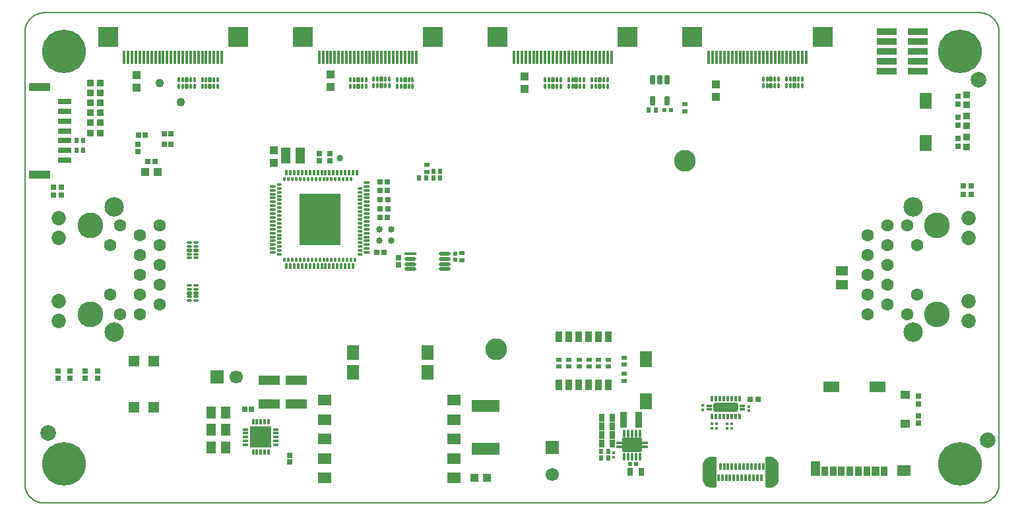
<source format=gts>
G04*
G04 #@! TF.GenerationSoftware,Altium Limited,Altium Designer,23.6.0 (18)*
G04*
G04 Layer_Color=8388736*
%FSLAX44Y44*%
%MOMM*%
G71*
G04*
G04 #@! TF.SameCoordinates,C53CA9BA-8A6A-41CA-B2AF-7701FEAABFA0*
G04*
G04*
G04 #@! TF.FilePolarity,Negative*
G04*
G01*
G75*
%ADD19C,0.1500*%
%ADD23R,1.1549X2.1062*%
%ADD80R,0.4522X0.6350*%
%ADD81R,0.4522X0.4347*%
%ADD82R,0.6350X0.4522*%
%ADD83R,0.4347X0.4522*%
%ADD84R,0.6516X0.7516*%
%ADD85R,1.1016X1.0016*%
%ADD86C,0.8516*%
%ADD87R,0.7216X0.7216*%
%ADD88O,0.3516X0.5016*%
%ADD89R,5.3016X6.7016*%
%ADD90O,0.5016X0.3516*%
%ADD91R,0.7216X0.7216*%
%ADD92R,0.7516X0.6516*%
%ADD93R,0.9016X0.9016*%
%ADD94R,0.6216X0.6216*%
%ADD95R,1.5000X0.4500*%
%ADD96O,1.5000X0.4500*%
%ADD97R,0.6516X0.5516*%
%ADD98R,0.8016X1.0016*%
%ADD99R,0.6216X0.6216*%
%ADD100R,0.4216X0.4616*%
%ADD101R,0.9016X2.1016*%
G04:AMPARAMS|DCode=102|XSize=0.42mm|YSize=0.94mm|CornerRadius=0.0784mm|HoleSize=0mm|Usage=FLASHONLY|Rotation=270.000|XOffset=0mm|YOffset=0mm|HoleType=Round|Shape=RoundedRectangle|*
%AMROUNDEDRECTD102*
21,1,0.4200,0.7832,0,0,270.0*
21,1,0.2632,0.9400,0,0,270.0*
1,1,0.1568,-0.3916,-0.1316*
1,1,0.1568,-0.3916,0.1316*
1,1,0.1568,0.3916,0.1316*
1,1,0.1568,0.3916,-0.1316*
%
%ADD102ROUNDEDRECTD102*%
G04:AMPARAMS|DCode=103|XSize=0.42mm|YSize=0.99mm|CornerRadius=0.1204mm|HoleSize=0mm|Usage=FLASHONLY|Rotation=180.000|XOffset=0mm|YOffset=0mm|HoleType=Round|Shape=RoundedRectangle|*
%AMROUNDEDRECTD103*
21,1,0.4200,0.7492,0,0,180.0*
21,1,0.1792,0.9900,0,0,180.0*
1,1,0.2408,-0.0896,0.3746*
1,1,0.2408,0.0896,0.3746*
1,1,0.2408,0.0896,-0.3746*
1,1,0.2408,-0.0896,-0.3746*
%
%ADD103ROUNDEDRECTD103*%
G04:AMPARAMS|DCode=104|XSize=1.79mm|YSize=2.54mm|CornerRadius=0.1195mm|HoleSize=0mm|Usage=FLASHONLY|Rotation=90.000|XOffset=0mm|YOffset=0mm|HoleType=Round|Shape=RoundedRectangle|*
%AMROUNDEDRECTD104*
21,1,1.7900,2.3010,0,0,90.0*
21,1,1.5510,2.5400,0,0,90.0*
1,1,0.2390,1.1505,0.7755*
1,1,0.2390,1.1505,-0.7755*
1,1,0.2390,-1.1505,-0.7755*
1,1,0.2390,-1.1505,0.7755*
%
%ADD104ROUNDEDRECTD104*%
G04:AMPARAMS|DCode=105|XSize=0.39mm|YSize=0.74mm|CornerRadius=0.095mm|HoleSize=0mm|Usage=FLASHONLY|Rotation=0.000|XOffset=0mm|YOffset=0mm|HoleType=Round|Shape=RoundedRectangle|*
%AMROUNDEDRECTD105*
21,1,0.3900,0.5500,0,0,0.0*
21,1,0.2000,0.7400,0,0,0.0*
1,1,0.1900,0.1000,-0.2750*
1,1,0.1900,-0.1000,-0.2750*
1,1,0.1900,-0.1000,0.2750*
1,1,0.1900,0.1000,0.2750*
%
%ADD105ROUNDEDRECTD105*%
G04:AMPARAMS|DCode=106|XSize=0.39mm|YSize=0.74mm|CornerRadius=0.095mm|HoleSize=0mm|Usage=FLASHONLY|Rotation=270.000|XOffset=0mm|YOffset=0mm|HoleType=Round|Shape=RoundedRectangle|*
%AMROUNDEDRECTD106*
21,1,0.3900,0.5500,0,0,270.0*
21,1,0.2000,0.7400,0,0,270.0*
1,1,0.1900,-0.2750,-0.1000*
1,1,0.1900,-0.2750,0.1000*
1,1,0.1900,0.2750,0.1000*
1,1,0.1900,0.2750,-0.1000*
%
%ADD106ROUNDEDRECTD106*%
G04:AMPARAMS|DCode=107|XSize=1.14mm|YSize=3.14mm|CornerRadius=0.12mm|HoleSize=0mm|Usage=FLASHONLY|Rotation=270.000|XOffset=0mm|YOffset=0mm|HoleType=Round|Shape=RoundedRectangle|*
%AMROUNDEDRECTD107*
21,1,1.1400,2.9000,0,0,270.0*
21,1,0.9000,3.1400,0,0,270.0*
1,1,0.2400,-1.4500,-0.4500*
1,1,0.2400,-1.4500,0.4500*
1,1,0.2400,1.4500,0.4500*
1,1,0.2400,1.4500,-0.4500*
%
%ADD107ROUNDEDRECTD107*%
%ADD108R,1.6016X2.1016*%
G04:AMPARAMS|DCode=109|XSize=0.34mm|YSize=0.705mm|CornerRadius=0.12mm|HoleSize=0mm|Usage=FLASHONLY|Rotation=180.000|XOffset=0mm|YOffset=0mm|HoleType=Round|Shape=RoundedRectangle|*
%AMROUNDEDRECTD109*
21,1,0.3400,0.4650,0,0,180.0*
21,1,0.1000,0.7050,0,0,180.0*
1,1,0.2400,-0.0500,0.2325*
1,1,0.2400,0.0500,0.2325*
1,1,0.2400,0.0500,-0.2325*
1,1,0.2400,-0.0500,-0.2325*
%
%ADD109ROUNDEDRECTD109*%
G04:AMPARAMS|DCode=110|XSize=0.54mm|YSize=0.705mm|CornerRadius=0.12mm|HoleSize=0mm|Usage=FLASHONLY|Rotation=180.000|XOffset=0mm|YOffset=0mm|HoleType=Round|Shape=RoundedRectangle|*
%AMROUNDEDRECTD110*
21,1,0.5400,0.4650,0,0,180.0*
21,1,0.3000,0.7050,0,0,180.0*
1,1,0.2400,-0.1500,0.2325*
1,1,0.2400,0.1500,0.2325*
1,1,0.2400,0.1500,-0.2325*
1,1,0.2400,-0.1500,-0.2325*
%
%ADD110ROUNDEDRECTD110*%
%ADD111R,0.5516X0.6516*%
%ADD112C,1.1016*%
%ADD113R,2.5016X0.8616*%
%ADD114R,2.8000X1.1000*%
%ADD115R,1.8000X0.7000*%
G04:AMPARAMS|DCode=116|XSize=0.7016mm|YSize=1.1016mm|CornerRadius=0.1018mm|HoleSize=0mm|Usage=FLASHONLY|Rotation=0.000|XOffset=0mm|YOffset=0mm|HoleType=Round|Shape=RoundedRectangle|*
%AMROUNDEDRECTD116*
21,1,0.7016,0.8980,0,0,0.0*
21,1,0.4980,1.1016,0,0,0.0*
1,1,0.2036,0.2490,-0.4490*
1,1,0.2036,-0.2490,-0.4490*
1,1,0.2036,-0.2490,0.4490*
1,1,0.2036,0.2490,0.4490*
%
%ADD116ROUNDEDRECTD116*%
%ADD117R,0.4016X1.7016*%
%ADD118R,2.5016X2.5016*%
%ADD119R,2.5016X2.5016*%
G04:AMPARAMS|DCode=120|XSize=0.54mm|YSize=0.705mm|CornerRadius=0.12mm|HoleSize=0mm|Usage=FLASHONLY|Rotation=270.000|XOffset=0mm|YOffset=0mm|HoleType=Round|Shape=RoundedRectangle|*
%AMROUNDEDRECTD120*
21,1,0.5400,0.4650,0,0,270.0*
21,1,0.3000,0.7050,0,0,270.0*
1,1,0.2400,-0.2325,-0.1500*
1,1,0.2400,-0.2325,0.1500*
1,1,0.2400,0.2325,0.1500*
1,1,0.2400,0.2325,-0.1500*
%
%ADD120ROUNDEDRECTD120*%
%ADD121R,1.0016X1.1016*%
%ADD122R,1.5516X1.2516*%
%ADD123R,0.4016X0.8516*%
%ADD124R,2.0016X1.4516*%
%ADD125R,1.6516X1.4516*%
%ADD126R,0.9516X1.2016*%
%ADD127R,1.2716X1.9016*%
%ADD128R,1.6516X1.3716*%
%ADD129R,3.6616X1.5016*%
%ADD130R,1.6216X1.8816*%
%ADD131R,0.8516X1.2016*%
%ADD132R,0.9766X1.2016*%
%ADD133R,1.3016X1.1016*%
%ADD134R,0.8616X1.3516*%
G04:AMPARAMS|DCode=135|XSize=0.34mm|YSize=0.705mm|CornerRadius=0.12mm|HoleSize=0mm|Usage=FLASHONLY|Rotation=270.000|XOffset=0mm|YOffset=0mm|HoleType=Round|Shape=RoundedRectangle|*
%AMROUNDEDRECTD135*
21,1,0.3400,0.4650,0,0,270.0*
21,1,0.1000,0.7050,0,0,270.0*
1,1,0.2400,-0.2325,-0.0500*
1,1,0.2400,-0.2325,0.0500*
1,1,0.2400,0.2325,0.0500*
1,1,0.2400,0.2325,-0.0500*
%
%ADD135ROUNDEDRECTD135*%
%ADD136R,1.1516X1.5016*%
%ADD137R,2.8016X1.2516*%
%ADD138R,2.7016X2.7016*%
%ADD139R,0.8016X0.3516*%
%ADD140R,0.3516X0.8016*%
%ADD141R,1.3400X1.3400*%
%ADD142R,0.9016X0.9016*%
%ADD143C,2.0000*%
%ADD144C,5.6016*%
%ADD145C,2.5016*%
%ADD146C,2.8000*%
%ADD147C,1.7000*%
G04:AMPARAMS|DCode=148|XSize=1.7016mm|YSize=1.0016mm|CornerRadius=0mm|HoleSize=0mm|Usage=FLASHONLY|Rotation=135.000|XOffset=0mm|YOffset=0mm|HoleType=Round|Shape=Round|*
%AMOVALD148*
21,1,0.7000,1.0016,0.0000,0.0000,135.0*
1,1,1.0016,0.2475,-0.2475*
1,1,1.0016,-0.2475,0.2475*
%
%ADD148OVALD148*%

%ADD149O,1.1016X0.8016*%
G04:AMPARAMS|DCode=150|XSize=1.7016mm|YSize=1.0016mm|CornerRadius=0mm|HoleSize=0mm|Usage=FLASHONLY|Rotation=225.000|XOffset=0mm|YOffset=0mm|HoleType=Round|Shape=Round|*
%AMOVALD150*
21,1,0.7000,1.0016,0.0000,0.0000,225.0*
1,1,1.0016,0.2475,0.2475*
1,1,1.0016,-0.2475,-0.2475*
%
%ADD150OVALD150*%

%ADD151R,1.7000X1.7000*%
%ADD152R,1.7000X1.7000*%
%ADD153C,3.3016*%
%ADD154C,1.8516*%
%ADD155C,1.6016*%
G36*
X880174Y20020D02*
X879600Y20065D01*
X879029Y20140D01*
X878463Y20245D01*
X877903Y20380D01*
X877351Y20543D01*
X876808Y20735D01*
X876276Y20956D01*
X875756Y21204D01*
X875250Y21479D01*
X874759Y21779D01*
X874284Y22106D01*
X873827Y22456D01*
X873390Y22830D01*
X872972Y23227D01*
X872575Y23644D01*
X872201Y24082D01*
X871851Y24539D01*
X871525Y25014D01*
X871224Y25505D01*
X870949Y26011D01*
X870701Y26531D01*
X870481Y27063D01*
X870288Y27606D01*
X870125Y28158D01*
X869990Y28718D01*
X869885Y29284D01*
X869810Y29855D01*
X869765Y30429D01*
X869750Y31005D01*
Y48505D01*
X869765Y49081D01*
X869810Y49655D01*
X869885Y50226D01*
X869990Y50792D01*
X870125Y51352D01*
X870288Y51904D01*
X870481Y52447D01*
X870701Y52979D01*
X870949Y53499D01*
X871224Y54005D01*
X871525Y54496D01*
X871851Y54970D01*
X872201Y55427D01*
X872575Y55865D01*
X872972Y56283D01*
X873390Y56680D01*
X873827Y57053D01*
X874284Y57404D01*
X874759Y57730D01*
X875250Y58031D01*
X875756Y58306D01*
X876276Y58554D01*
X876808Y58774D01*
X877351Y58966D01*
X877903Y59130D01*
X878463Y59264D01*
X879029Y59370D01*
X879600Y59445D01*
X880174Y59490D01*
X880750Y59505D01*
X885250D01*
X885355Y59502D01*
X885459Y59494D01*
X885563Y59480D01*
X885666Y59461D01*
X885768Y59437D01*
X885868Y59407D01*
X885967Y59372D01*
X886063Y59332D01*
X886158Y59287D01*
X886250Y59237D01*
X886339Y59182D01*
X886425Y59123D01*
X886509Y59059D01*
X886588Y58991D01*
X886664Y58919D01*
X886736Y58843D01*
X886804Y58763D01*
X886868Y58681D01*
X886927Y58594D01*
X886982Y58505D01*
X887032Y58413D01*
X887077Y58318D01*
X887117Y58222D01*
X887152Y58123D01*
X887182Y58022D01*
X887206Y57921D01*
X887225Y57818D01*
X887239Y57714D01*
X887247Y57610D01*
X887250Y57505D01*
Y22005D01*
X887247Y21900D01*
X887239Y21796D01*
X887225Y21692D01*
X887206Y21589D01*
X887182Y21487D01*
X887152Y21387D01*
X887117Y21288D01*
X887077Y21191D01*
X887032Y21097D01*
X886982Y21005D01*
X886927Y20916D01*
X886868Y20829D01*
X886804Y20746D01*
X886736Y20667D01*
X886664Y20591D01*
X886588Y20519D01*
X886509Y20451D01*
X886425Y20387D01*
X886339Y20327D01*
X886250Y20273D01*
X886158Y20223D01*
X886063Y20178D01*
X885967Y20138D01*
X885868Y20103D01*
X885768Y20073D01*
X885666Y20049D01*
X885563Y20029D01*
X885459Y20016D01*
X885355Y20008D01*
X885250Y20005D01*
X880750D01*
X880174Y20020D01*
D02*
G37*
G36*
X951645Y20008D02*
X951541Y20016D01*
X951437Y20029D01*
X951334Y20049D01*
X951232Y20073D01*
X951132Y20103D01*
X951033Y20138D01*
X950937Y20178D01*
X950842Y20223D01*
X950750Y20273D01*
X950661Y20327D01*
X950574Y20387D01*
X950491Y20451D01*
X950412Y20519D01*
X950336Y20591D01*
X950264Y20667D01*
X950196Y20746D01*
X950132Y20829D01*
X950073Y20916D01*
X950018Y21005D01*
X949968Y21097D01*
X949923Y21191D01*
X949883Y21288D01*
X949848Y21387D01*
X949818Y21487D01*
X949794Y21589D01*
X949775Y21692D01*
X949761Y21796D01*
X949753Y21900D01*
X949750Y22005D01*
Y57505D01*
X949753Y57610D01*
X949761Y57714D01*
X949775Y57818D01*
X949794Y57921D01*
X949818Y58022D01*
X949848Y58123D01*
X949883Y58222D01*
X949923Y58318D01*
X949968Y58413D01*
X950018Y58505D01*
X950073Y58594D01*
X950132Y58681D01*
X950196Y58763D01*
X950264Y58843D01*
X950336Y58919D01*
X950412Y58991D01*
X950491Y59059D01*
X950574Y59123D01*
X950661Y59182D01*
X950750Y59237D01*
X950842Y59287D01*
X950937Y59332D01*
X951033Y59372D01*
X951132Y59407D01*
X951232Y59437D01*
X951334Y59461D01*
X951437Y59480D01*
X951541Y59494D01*
X951645Y59502D01*
X951750Y59505D01*
X956250D01*
X956826Y59490D01*
X957400Y59445D01*
X957971Y59370D01*
X958537Y59264D01*
X959097Y59130D01*
X959649Y58966D01*
X960192Y58774D01*
X960724Y58554D01*
X961244Y58306D01*
X961750Y58031D01*
X962241Y57730D01*
X962716Y57404D01*
X963173Y57053D01*
X963610Y56680D01*
X964028Y56283D01*
X964425Y55865D01*
X964799Y55427D01*
X965149Y54970D01*
X965475Y54496D01*
X965776Y54005D01*
X966051Y53499D01*
X966299Y52979D01*
X966519Y52447D01*
X966712Y51904D01*
X966875Y51352D01*
X967010Y50792D01*
X967115Y50226D01*
X967190Y49655D01*
X967235Y49081D01*
X967250Y48505D01*
Y31005D01*
X967235Y30429D01*
X967190Y29855D01*
X967115Y29284D01*
X967010Y28718D01*
X966875Y28158D01*
X966712Y27606D01*
X966519Y27063D01*
X966299Y26531D01*
X966051Y26011D01*
X965776Y25505D01*
X965475Y25014D01*
X965149Y24539D01*
X964799Y24082D01*
X964425Y23644D01*
X964028Y23227D01*
X963610Y22830D01*
X963173Y22456D01*
X962716Y22106D01*
X962241Y21779D01*
X961750Y21479D01*
X961244Y21204D01*
X960724Y20956D01*
X960192Y20735D01*
X959649Y20543D01*
X959097Y20380D01*
X958537Y20245D01*
X957971Y20140D01*
X957400Y20065D01*
X956826Y20020D01*
X956250Y20005D01*
X951750D01*
X951645Y20008D01*
D02*
G37*
D19*
X1250000Y605000D02*
X1249863Y607613D01*
X1249454Y610198D01*
X1248776Y612725D01*
X1247839Y615168D01*
X1246651Y617500D01*
X1245225Y619695D01*
X1243579Y621728D01*
X1241728Y623578D01*
X1239695Y625225D01*
X1237500Y626651D01*
X1235168Y627839D01*
X1232725Y628776D01*
X1230198Y629454D01*
X1227613Y629863D01*
X1225000Y630000D01*
Y-0D02*
X1227613Y137D01*
X1230198Y546D01*
X1232725Y1223D01*
X1235168Y2161D01*
X1237500Y3349D01*
X1239695Y4775D01*
X1241728Y6421D01*
X1243579Y8272D01*
X1245225Y10305D01*
X1246651Y12500D01*
X1247839Y14832D01*
X1248776Y17275D01*
X1249454Y19802D01*
X1249863Y22387D01*
X1250000Y25000D01*
X25000Y629950D02*
X22387Y629813D01*
X19802Y629403D01*
X17275Y628726D01*
X14832Y627788D01*
X12500Y626600D01*
X10306Y625175D01*
X8272Y623528D01*
X6421Y621678D01*
X4775Y619644D01*
X3350Y617450D01*
X2162Y615118D01*
X1224Y612675D01*
X547Y610147D01*
X137Y607563D01*
X0Y604950D01*
X0Y25000D02*
X137Y22387D01*
X546Y19802D01*
X1224Y17275D01*
X2161Y14832D01*
X3349Y12500D01*
X4775Y10305D01*
X6421Y8272D01*
X8272Y6421D01*
X10305Y4775D01*
X12500Y3349D01*
X14832Y2161D01*
X17275Y1224D01*
X19802Y546D01*
X22387Y137D01*
X25000Y0D01*
X1250000Y605440D02*
X1250000Y25000D01*
X25000Y630000D02*
X1225000Y630000D01*
X25000Y-0D02*
X1225000Y-0D01*
X-0Y25000D02*
X0Y604950D01*
D23*
X334493Y446250D02*
D03*
X353007D02*
D03*
D80*
X425761Y424825D02*
D03*
X420739D02*
D03*
X415739D02*
D03*
X410739D02*
D03*
X405739D02*
D03*
X400739D02*
D03*
X395739D02*
D03*
X390739D02*
D03*
X385738D02*
D03*
X380738D02*
D03*
X375738D02*
D03*
X370738D02*
D03*
X365738D02*
D03*
X360738D02*
D03*
X355738D02*
D03*
X350738D02*
D03*
X345738D02*
D03*
X340738D02*
D03*
X335738D02*
D03*
X420739Y304175D02*
D03*
X415739D02*
D03*
X410739D02*
D03*
X405739D02*
D03*
X400739D02*
D03*
X395739D02*
D03*
X390738D02*
D03*
X385738D02*
D03*
X380738D02*
D03*
X375738D02*
D03*
X370738D02*
D03*
X365738D02*
D03*
X360738D02*
D03*
X355738D02*
D03*
X350738D02*
D03*
X345738D02*
D03*
X340738D02*
D03*
X335738D02*
D03*
D81*
X418249Y417174D02*
D03*
X413249D02*
D03*
X408249D02*
D03*
X403249D02*
D03*
X398249D02*
D03*
X393249D02*
D03*
X388249D02*
D03*
X383249D02*
D03*
X378249D02*
D03*
X373249D02*
D03*
X368249D02*
D03*
X363249D02*
D03*
X358249D02*
D03*
X353249D02*
D03*
X348249D02*
D03*
X343248D02*
D03*
X338248D02*
D03*
X333248D02*
D03*
X423251Y311826D02*
D03*
X418249D02*
D03*
X413249D02*
D03*
X408249D02*
D03*
X403249D02*
D03*
X398249D02*
D03*
X393249D02*
D03*
X388249D02*
D03*
X383249D02*
D03*
X378249D02*
D03*
X373249D02*
D03*
X368249D02*
D03*
X363249D02*
D03*
X358249D02*
D03*
X353248D02*
D03*
X348248D02*
D03*
X343248D02*
D03*
X338248D02*
D03*
X333248D02*
D03*
D82*
X438575Y412011D02*
D03*
Y406989D02*
D03*
Y401989D02*
D03*
Y396989D02*
D03*
Y391989D02*
D03*
Y386989D02*
D03*
Y381989D02*
D03*
Y376989D02*
D03*
Y371989D02*
D03*
Y366988D02*
D03*
Y361988D02*
D03*
Y356988D02*
D03*
Y351988D02*
D03*
Y346988D02*
D03*
Y341988D02*
D03*
Y336988D02*
D03*
Y331988D02*
D03*
Y326988D02*
D03*
Y321988D02*
D03*
X317925Y322011D02*
D03*
Y327011D02*
D03*
Y332011D02*
D03*
Y337011D02*
D03*
Y342011D02*
D03*
Y347011D02*
D03*
Y352011D02*
D03*
Y357012D02*
D03*
Y362012D02*
D03*
Y367012D02*
D03*
Y372012D02*
D03*
Y377012D02*
D03*
Y382012D02*
D03*
Y387012D02*
D03*
Y392012D02*
D03*
Y397012D02*
D03*
Y402012D02*
D03*
Y407012D02*
D03*
D83*
X430924Y404499D02*
D03*
Y399499D02*
D03*
Y394499D02*
D03*
Y389499D02*
D03*
Y384499D02*
D03*
Y379499D02*
D03*
Y374499D02*
D03*
Y369499D02*
D03*
Y364499D02*
D03*
Y359499D02*
D03*
Y354499D02*
D03*
Y349499D02*
D03*
Y344499D02*
D03*
Y339499D02*
D03*
Y334499D02*
D03*
Y329499D02*
D03*
Y324498D02*
D03*
Y319499D02*
D03*
X325577Y319499D02*
D03*
Y324501D02*
D03*
Y329501D02*
D03*
Y334501D02*
D03*
Y339501D02*
D03*
Y344501D02*
D03*
Y349501D02*
D03*
Y354501D02*
D03*
Y359501D02*
D03*
Y364501D02*
D03*
Y369501D02*
D03*
Y374501D02*
D03*
Y379501D02*
D03*
Y384501D02*
D03*
Y389501D02*
D03*
Y394501D02*
D03*
Y399501D02*
D03*
Y404502D02*
D03*
Y409502D02*
D03*
D84*
X465500Y378000D02*
D03*
X455500D02*
D03*
X465233Y413023D02*
D03*
X455233D02*
D03*
X465233Y401440D02*
D03*
X455233D02*
D03*
X465500Y389750D02*
D03*
X455500D02*
D03*
X941000Y133000D02*
D03*
X1214500Y408000D02*
D03*
X1204500D02*
D03*
X36363Y406038D02*
D03*
X46363D02*
D03*
X36363Y395538D02*
D03*
X46363D02*
D03*
X931000Y133000D02*
D03*
X1204500Y397000D02*
D03*
X1214500D02*
D03*
D85*
X319250Y453500D02*
D03*
Y437500D02*
D03*
X391750Y534500D02*
D03*
Y550500D02*
D03*
X886250Y538000D02*
D03*
Y522000D02*
D03*
X641250Y548000D02*
D03*
Y532000D02*
D03*
X143000Y549500D02*
D03*
Y533500D02*
D03*
D86*
X404250Y443250D02*
D03*
X455000Y352000D02*
D03*
X470000D02*
D03*
Y337000D02*
D03*
X455000D02*
D03*
D87*
X456000Y367000D02*
D03*
X465000D02*
D03*
X451500Y322000D02*
D03*
X460500D02*
D03*
X154385Y473062D02*
D03*
X158008Y438742D02*
D03*
X178391Y461212D02*
D03*
X178391Y474481D02*
D03*
X145385Y473062D02*
D03*
X187391Y474481D02*
D03*
X187391Y461212D02*
D03*
X167008Y438742D02*
D03*
X290735Y120406D02*
D03*
X281735D02*
D03*
D88*
X335749Y422500D02*
D03*
X340749D02*
D03*
X345749D02*
D03*
X350749D02*
D03*
X355750D02*
D03*
X360750D02*
D03*
X365750D02*
D03*
X370750D02*
D03*
X375750D02*
D03*
X380750D02*
D03*
X385750D02*
D03*
X390750D02*
D03*
X395750D02*
D03*
X400750D02*
D03*
X405750D02*
D03*
X410750D02*
D03*
X415750D02*
D03*
X420750D02*
D03*
X335749Y306500D02*
D03*
X340749D02*
D03*
X345749D02*
D03*
X350749D02*
D03*
X355750D02*
D03*
X360750D02*
D03*
X365750D02*
D03*
X370750D02*
D03*
X375750D02*
D03*
X380750D02*
D03*
X385750D02*
D03*
X390750D02*
D03*
X395750D02*
D03*
X400750D02*
D03*
X405750D02*
D03*
X410750D02*
D03*
X415750D02*
D03*
X420750D02*
D03*
X425750Y422500D02*
D03*
X333249Y314000D02*
D03*
X338249D02*
D03*
X343249D02*
D03*
X348249D02*
D03*
X353249D02*
D03*
X358250D02*
D03*
X363250D02*
D03*
X368250D02*
D03*
X373250D02*
D03*
X378250D02*
D03*
X383250D02*
D03*
X388250D02*
D03*
X393250D02*
D03*
X398250D02*
D03*
X403250D02*
D03*
X408250D02*
D03*
X413250D02*
D03*
X418250D02*
D03*
X423250D02*
D03*
X418250Y415000D02*
D03*
X413250D02*
D03*
X408250D02*
D03*
X403250D02*
D03*
X398250D02*
D03*
X393250D02*
D03*
X388250D02*
D03*
X383250D02*
D03*
X378250D02*
D03*
X373250D02*
D03*
X368250D02*
D03*
X363250D02*
D03*
X358250D02*
D03*
X353249D02*
D03*
X348249D02*
D03*
X343249D02*
D03*
X338249D02*
D03*
X333249D02*
D03*
D89*
X378250Y364500D02*
D03*
D90*
X320250Y407001D02*
D03*
Y402001D02*
D03*
Y397001D02*
D03*
Y392001D02*
D03*
Y387001D02*
D03*
Y382001D02*
D03*
Y377001D02*
D03*
Y372000D02*
D03*
Y367000D02*
D03*
Y362000D02*
D03*
Y357000D02*
D03*
Y352000D02*
D03*
Y347000D02*
D03*
Y342000D02*
D03*
Y337000D02*
D03*
Y332000D02*
D03*
Y327000D02*
D03*
Y322000D02*
D03*
X436250Y321999D02*
D03*
Y326999D02*
D03*
Y331999D02*
D03*
Y337000D02*
D03*
Y342000D02*
D03*
Y347000D02*
D03*
Y352000D02*
D03*
Y357000D02*
D03*
Y362000D02*
D03*
Y367000D02*
D03*
Y372000D02*
D03*
Y377000D02*
D03*
Y382000D02*
D03*
Y387000D02*
D03*
Y392000D02*
D03*
Y397000D02*
D03*
Y402000D02*
D03*
Y407000D02*
D03*
Y412000D02*
D03*
X327750Y409501D02*
D03*
Y404501D02*
D03*
Y399501D02*
D03*
Y394501D02*
D03*
Y389501D02*
D03*
Y384501D02*
D03*
Y379501D02*
D03*
Y374501D02*
D03*
Y369500D02*
D03*
Y364500D02*
D03*
Y359500D02*
D03*
Y354500D02*
D03*
Y349500D02*
D03*
Y344500D02*
D03*
Y339500D02*
D03*
Y334500D02*
D03*
Y329500D02*
D03*
Y324500D02*
D03*
Y319500D02*
D03*
X428750Y319499D02*
D03*
Y324499D02*
D03*
Y329499D02*
D03*
Y334499D02*
D03*
Y339500D02*
D03*
Y344500D02*
D03*
Y349500D02*
D03*
Y354500D02*
D03*
Y359500D02*
D03*
Y364500D02*
D03*
Y369500D02*
D03*
Y374500D02*
D03*
Y379500D02*
D03*
Y384500D02*
D03*
Y389500D02*
D03*
Y394500D02*
D03*
Y399500D02*
D03*
Y404500D02*
D03*
D91*
X378000Y439750D02*
D03*
Y448750D02*
D03*
X144957Y451693D02*
D03*
X77500Y169500D02*
D03*
Y160500D02*
D03*
X92900D02*
D03*
Y169500D02*
D03*
X42100D02*
D03*
Y160500D02*
D03*
X57500D02*
D03*
Y169500D02*
D03*
X144957Y460694D02*
D03*
X339750Y52584D02*
D03*
Y61584D02*
D03*
D92*
X391000Y439500D02*
D03*
Y449500D02*
D03*
X479500Y305750D02*
D03*
Y315750D02*
D03*
X1146757Y137500D02*
D03*
Y127500D02*
D03*
X1146757Y112500D02*
D03*
Y102500D02*
D03*
X1197250Y485685D02*
D03*
Y495685D02*
D03*
Y458810D02*
D03*
Y468810D02*
D03*
Y512560D02*
D03*
Y522560D02*
D03*
D93*
X83750Y475750D02*
D03*
X96250D02*
D03*
X84000Y527000D02*
D03*
X96500D02*
D03*
X84000Y501750D02*
D03*
X96500D02*
D03*
X96500Y514125D02*
D03*
X84000D02*
D03*
X96500Y539875D02*
D03*
X84000D02*
D03*
X96500Y489250D02*
D03*
X84000D02*
D03*
D94*
X552250Y312500D02*
D03*
Y320500D02*
D03*
D95*
X494500Y320250D02*
D03*
D96*
Y313750D02*
D03*
Y307250D02*
D03*
Y300750D02*
D03*
X538500Y313750D02*
D03*
Y320250D02*
D03*
Y307250D02*
D03*
Y300750D02*
D03*
D97*
X560750Y312000D02*
D03*
Y321000D02*
D03*
X685000Y184500D02*
D03*
Y175500D02*
D03*
X698000Y184500D02*
D03*
Y175500D02*
D03*
X711000Y184500D02*
D03*
Y175500D02*
D03*
X724000Y184500D02*
D03*
Y175500D02*
D03*
X736000Y184500D02*
D03*
Y175500D02*
D03*
X749000Y184500D02*
D03*
Y175500D02*
D03*
X768500Y166000D02*
D03*
Y157000D02*
D03*
Y187000D02*
D03*
Y178000D02*
D03*
X516000Y425750D02*
D03*
Y434750D02*
D03*
X846750Y503698D02*
D03*
Y512698D02*
D03*
D98*
X790750Y40000D02*
D03*
X776750D02*
D03*
X740000Y87500D02*
D03*
X754000D02*
D03*
X740000Y98750D02*
D03*
X754000D02*
D03*
X740000Y76250D02*
D03*
X754000D02*
D03*
X740000Y110000D02*
D03*
X754000D02*
D03*
D99*
X776500Y50000D02*
D03*
X784500D02*
D03*
X820750Y504750D02*
D03*
X828750D02*
D03*
D100*
X755500Y64800D02*
D03*
Y59200D02*
D03*
X929000Y124300D02*
D03*
Y118700D02*
D03*
X869250Y125300D02*
D03*
Y119700D02*
D03*
X887250Y102050D02*
D03*
Y96450D02*
D03*
X881250Y102050D02*
D03*
Y96450D02*
D03*
X901250Y102050D02*
D03*
Y96450D02*
D03*
X907250Y102050D02*
D03*
Y96450D02*
D03*
D101*
X767750Y106750D02*
D03*
X787750D02*
D03*
D102*
X794000Y72250D02*
D03*
X764000D02*
D03*
X794000Y77250D02*
D03*
X764000D02*
D03*
D103*
X769000Y89500D02*
D03*
X774000D02*
D03*
X779000D02*
D03*
X784000D02*
D03*
X789000D02*
D03*
Y60000D02*
D03*
X784000D02*
D03*
X779000D02*
D03*
X774000D02*
D03*
X769000D02*
D03*
D104*
X779000Y74750D02*
D03*
D105*
X911750Y111250D02*
D03*
X916750D02*
D03*
X891750D02*
D03*
X896750D02*
D03*
X901750D02*
D03*
X906750D02*
D03*
X881750D02*
D03*
X886750D02*
D03*
X881750Y134250D02*
D03*
X896750D02*
D03*
X901750D02*
D03*
X916750D02*
D03*
X891750D02*
D03*
X886750D02*
D03*
X911750D02*
D03*
X906750D02*
D03*
D106*
X920750Y125250D02*
D03*
Y120250D02*
D03*
X877750D02*
D03*
Y125250D02*
D03*
D107*
X899250Y122750D02*
D03*
D108*
X796750Y130750D02*
D03*
Y184750D02*
D03*
X1155750Y462750D02*
D03*
Y516750D02*
D03*
D109*
X997500Y544750D02*
D03*
X992500D02*
D03*
X982500D02*
D03*
X977500D02*
D03*
Y536400D02*
D03*
X982500D02*
D03*
X992500D02*
D03*
X997500D02*
D03*
X967250Y544675D02*
D03*
X962250D02*
D03*
X952250D02*
D03*
X947250D02*
D03*
Y536325D02*
D03*
X952250D02*
D03*
X962250D02*
D03*
X967250D02*
D03*
X747500Y544175D02*
D03*
X742500D02*
D03*
X732500D02*
D03*
X727500D02*
D03*
Y535825D02*
D03*
X732500D02*
D03*
X742500D02*
D03*
X747500D02*
D03*
X717500Y544175D02*
D03*
X712500D02*
D03*
X702500D02*
D03*
X697500D02*
D03*
Y535825D02*
D03*
X702500D02*
D03*
X712500D02*
D03*
X717500D02*
D03*
X687500Y544175D02*
D03*
X682500D02*
D03*
X672500D02*
D03*
X667500D02*
D03*
Y535825D02*
D03*
X672500D02*
D03*
X682500D02*
D03*
X687500D02*
D03*
X247500Y543750D02*
D03*
X242500D02*
D03*
X232500D02*
D03*
X227500D02*
D03*
Y535400D02*
D03*
X232500D02*
D03*
X242500D02*
D03*
X247500D02*
D03*
X217500Y535343D02*
D03*
X212500D02*
D03*
X202500D02*
D03*
X197500D02*
D03*
Y543693D02*
D03*
X202500D02*
D03*
X212500D02*
D03*
X217500D02*
D03*
X497500Y544175D02*
D03*
X492500D02*
D03*
X482500D02*
D03*
X477500D02*
D03*
Y535825D02*
D03*
X482500D02*
D03*
X492500D02*
D03*
X497500D02*
D03*
X467500Y544425D02*
D03*
X462500D02*
D03*
X452500D02*
D03*
X447500D02*
D03*
Y536075D02*
D03*
X452500D02*
D03*
X462500D02*
D03*
X467500D02*
D03*
X437750Y543925D02*
D03*
X432750D02*
D03*
X422750D02*
D03*
X417750D02*
D03*
Y535575D02*
D03*
X422750D02*
D03*
X432750D02*
D03*
X437750D02*
D03*
D110*
X987500Y544750D02*
D03*
Y536400D02*
D03*
X957250Y544675D02*
D03*
Y536325D02*
D03*
X737500Y544175D02*
D03*
Y535825D02*
D03*
X707500D02*
D03*
Y544175D02*
D03*
X677500D02*
D03*
Y535825D02*
D03*
X237500Y543750D02*
D03*
Y535400D02*
D03*
X207500Y543693D02*
D03*
Y535343D02*
D03*
X487500Y544175D02*
D03*
Y535825D02*
D03*
X457500Y544425D02*
D03*
Y536075D02*
D03*
X427750Y543925D02*
D03*
Y535575D02*
D03*
D111*
X809250Y504750D02*
D03*
X800250D02*
D03*
X65750Y453000D02*
D03*
X74750D02*
D03*
X65750Y466000D02*
D03*
X74750D02*
D03*
X533000Y417500D02*
D03*
X524000D02*
D03*
X533000Y426250D02*
D03*
X524000D02*
D03*
X505500Y417500D02*
D03*
X514500D02*
D03*
X739500Y57750D02*
D03*
X748500Y66250D02*
D03*
X739500D02*
D03*
X748500Y57750D02*
D03*
D112*
X200000Y515250D02*
D03*
X172750Y540000D02*
D03*
D113*
X1145250Y567800D02*
D03*
Y580500D02*
D03*
Y593200D02*
D03*
Y605900D02*
D03*
X1106250Y567800D02*
D03*
Y580500D02*
D03*
Y593200D02*
D03*
Y605900D02*
D03*
Y555100D02*
D03*
X1145250D02*
D03*
D114*
X19000Y534250D02*
D03*
Y422250D02*
D03*
D115*
X51000Y440750D02*
D03*
Y453250D02*
D03*
Y465750D02*
D03*
Y478250D02*
D03*
Y490750D02*
D03*
Y503250D02*
D03*
Y515750D02*
D03*
D116*
X824273Y516750D02*
D03*
X805273D02*
D03*
Y544250D02*
D03*
X814773D02*
D03*
X824273D02*
D03*
D117*
X407500Y572750D02*
D03*
X417500D02*
D03*
X422500D02*
D03*
X432500D02*
D03*
X437500D02*
D03*
X447500D02*
D03*
X452500D02*
D03*
X462500D02*
D03*
X467500D02*
D03*
X477500D02*
D03*
X482500D02*
D03*
X492500D02*
D03*
X497500D02*
D03*
X387500D02*
D03*
X392500D02*
D03*
X402500D02*
D03*
X377500D02*
D03*
X382500D02*
D03*
X502500D02*
D03*
X457500D02*
D03*
X442500D02*
D03*
X472500D02*
D03*
X487500D02*
D03*
X397500D02*
D03*
X427500D02*
D03*
X412500D02*
D03*
X662500Y572750D02*
D03*
X677500D02*
D03*
X647500D02*
D03*
X737500D02*
D03*
X722500D02*
D03*
X692500D02*
D03*
X707500D02*
D03*
X897500Y572750D02*
D03*
X752500Y572750D02*
D03*
X912500Y572750D02*
D03*
X927500D02*
D03*
X957500D02*
D03*
X972500D02*
D03*
X987500D02*
D03*
X1002500D02*
D03*
X237500D02*
D03*
X252500D02*
D03*
X222500D02*
D03*
X207500D02*
D03*
X162500D02*
D03*
X147500D02*
D03*
X177500D02*
D03*
X157500D02*
D03*
X167500D02*
D03*
X172500D02*
D03*
X182500D02*
D03*
X187500D02*
D03*
X197500D02*
D03*
X202500D02*
D03*
X212500D02*
D03*
X217500D02*
D03*
X227500D02*
D03*
X232500D02*
D03*
X242500D02*
D03*
X247500D02*
D03*
X192500D02*
D03*
X137500D02*
D03*
X142500D02*
D03*
X152500D02*
D03*
X127500D02*
D03*
X132500D02*
D03*
X632500Y572750D02*
D03*
X627500D02*
D03*
X652500D02*
D03*
X642500D02*
D03*
X637500D02*
D03*
X747500D02*
D03*
X742500D02*
D03*
X732500D02*
D03*
X727500D02*
D03*
X717500D02*
D03*
X712500D02*
D03*
X702500D02*
D03*
X697500D02*
D03*
X687500D02*
D03*
X682500D02*
D03*
X672500D02*
D03*
X667500D02*
D03*
X657500D02*
D03*
X882500Y572750D02*
D03*
X877500D02*
D03*
X902500D02*
D03*
X892500D02*
D03*
X887500D02*
D03*
X942500D02*
D03*
X997500D02*
D03*
X992500D02*
D03*
X982500D02*
D03*
X977500D02*
D03*
X967500D02*
D03*
X962500D02*
D03*
X952500D02*
D03*
X947500D02*
D03*
X937500D02*
D03*
X932500D02*
D03*
X922500D02*
D03*
X917500D02*
D03*
X907500D02*
D03*
D118*
X523500Y599250D02*
D03*
X773500Y599250D02*
D03*
X1023500Y599250D02*
D03*
X273500D02*
D03*
D119*
X356500D02*
D03*
X606500Y599250D02*
D03*
X856500Y599250D02*
D03*
X106500D02*
D03*
D120*
X210825Y325000D02*
D03*
X219175D02*
D03*
Y270000D02*
D03*
X210825D02*
D03*
D121*
X154000Y425250D02*
D03*
X576750Y32250D02*
D03*
X170000Y425250D02*
D03*
X592750Y32250D02*
D03*
D122*
X1048000Y298290D02*
D03*
Y280290D02*
D03*
D123*
X947250Y47305D02*
D03*
X944750Y32205D02*
D03*
X892250Y47305D02*
D03*
X889750Y32205D02*
D03*
X942250Y47305D02*
D03*
X937250D02*
D03*
X932250D02*
D03*
X927250D02*
D03*
X922250D02*
D03*
X917250D02*
D03*
X912250D02*
D03*
X907250D02*
D03*
X902250D02*
D03*
X897250D02*
D03*
X894750Y32205D02*
D03*
X899750D02*
D03*
X904750D02*
D03*
X909750D02*
D03*
X914750D02*
D03*
X919750D02*
D03*
X924750D02*
D03*
X929750D02*
D03*
X934750D02*
D03*
X939750D02*
D03*
D124*
X1094225Y149125D02*
D03*
X1034525D02*
D03*
D125*
X1127475Y42125D02*
D03*
D126*
X1047875Y40875D02*
D03*
X1036875D02*
D03*
X1058875D02*
D03*
X1069875D02*
D03*
X1080875D02*
D03*
X1102875D02*
D03*
D127*
X1014275Y44375D02*
D03*
D128*
X550230Y57250D02*
D03*
Y32250D02*
D03*
Y82250D02*
D03*
Y107250D02*
D03*
Y132250D02*
D03*
X384730Y32250D02*
D03*
Y57250D02*
D03*
Y82250D02*
D03*
Y107250D02*
D03*
Y132250D02*
D03*
D129*
X590750Y70200D02*
D03*
Y124800D02*
D03*
D130*
X516350Y168300D02*
D03*
Y193700D02*
D03*
X421150Y168300D02*
D03*
Y193700D02*
D03*
D131*
X1026375Y40875D02*
D03*
D132*
X1091875D02*
D03*
D133*
X1129225Y102375D02*
D03*
Y139375D02*
D03*
D134*
X685350Y152250D02*
D03*
X698050D02*
D03*
X710750D02*
D03*
X723450D02*
D03*
X736150D02*
D03*
X748850D02*
D03*
X685350Y213750D02*
D03*
X698050D02*
D03*
X710750D02*
D03*
X723450D02*
D03*
X736150D02*
D03*
X748850D02*
D03*
D135*
X219175Y280000D02*
D03*
Y275000D02*
D03*
Y265000D02*
D03*
Y260000D02*
D03*
X210825D02*
D03*
Y265000D02*
D03*
Y275000D02*
D03*
Y280000D02*
D03*
Y335000D02*
D03*
Y330000D02*
D03*
Y320000D02*
D03*
Y315000D02*
D03*
X219175D02*
D03*
Y320000D02*
D03*
Y330000D02*
D03*
Y335000D02*
D03*
D136*
X257894Y71092D02*
D03*
X238894D02*
D03*
Y116092D02*
D03*
X257894D02*
D03*
X238894Y94092D02*
D03*
X257894D02*
D03*
D137*
X348230Y157750D02*
D03*
Y127750D02*
D03*
X313480D02*
D03*
Y157750D02*
D03*
D138*
X302730Y84750D02*
D03*
D139*
X322230Y94750D02*
D03*
Y89750D02*
D03*
Y84750D02*
D03*
Y79750D02*
D03*
Y74750D02*
D03*
X283230D02*
D03*
Y79750D02*
D03*
Y84750D02*
D03*
Y89750D02*
D03*
Y94750D02*
D03*
D140*
X312730Y65250D02*
D03*
X307730D02*
D03*
X302730D02*
D03*
X297730D02*
D03*
X292730D02*
D03*
Y104250D02*
D03*
X297730D02*
D03*
X302730D02*
D03*
X307730D02*
D03*
X312730D02*
D03*
D141*
X165000Y123000D02*
D03*
X140000D02*
D03*
Y182000D02*
D03*
X165000D02*
D03*
D142*
X1208500Y470190D02*
D03*
Y457690D02*
D03*
Y497250D02*
D03*
Y484750D02*
D03*
Y524310D02*
D03*
Y511810D02*
D03*
D143*
X30000Y90000D02*
D03*
X1223500Y544000D02*
D03*
X1235000Y81000D02*
D03*
D144*
X50000Y50000D02*
D03*
X1200000D02*
D03*
Y580000D02*
D03*
X50000D02*
D03*
D145*
X114093Y219355D02*
D03*
Y380645D02*
D03*
X1139500D02*
D03*
Y219355D02*
D03*
D146*
X846500Y439500D02*
D03*
X604500Y197500D02*
D03*
D147*
X677000Y36500D02*
D03*
X271230Y162250D02*
D03*
D148*
X958450Y50755D02*
D03*
X878550Y28755D02*
D03*
D149*
X956250Y39755D02*
D03*
X880750D02*
D03*
D150*
X958450Y28755D02*
D03*
X878550Y50755D02*
D03*
D151*
X246230Y162250D02*
D03*
D152*
X677000Y71500D02*
D03*
D153*
X1170000Y242850D02*
D03*
Y357150D02*
D03*
X83593D02*
D03*
Y242850D02*
D03*
D154*
X1210600Y233700D02*
D03*
Y259100D02*
D03*
Y340900D02*
D03*
Y366300D02*
D03*
X42993D02*
D03*
Y340900D02*
D03*
Y259100D02*
D03*
Y233700D02*
D03*
D155*
X1131700Y242850D02*
D03*
X1144400Y268250D02*
D03*
Y331750D02*
D03*
X1131700Y357150D02*
D03*
X1081100Y242850D02*
D03*
Y268250D02*
D03*
Y293650D02*
D03*
Y319050D02*
D03*
Y344450D02*
D03*
X1106500Y357150D02*
D03*
Y331750D02*
D03*
Y306350D02*
D03*
Y280950D02*
D03*
Y255550D02*
D03*
X121892Y357150D02*
D03*
X109192Y331750D02*
D03*
Y268250D02*
D03*
X121892Y242850D02*
D03*
X172493Y357150D02*
D03*
Y331750D02*
D03*
Y306350D02*
D03*
Y280950D02*
D03*
Y255550D02*
D03*
X147093Y242850D02*
D03*
Y268250D02*
D03*
Y293650D02*
D03*
Y319050D02*
D03*
Y344450D02*
D03*
M02*

</source>
